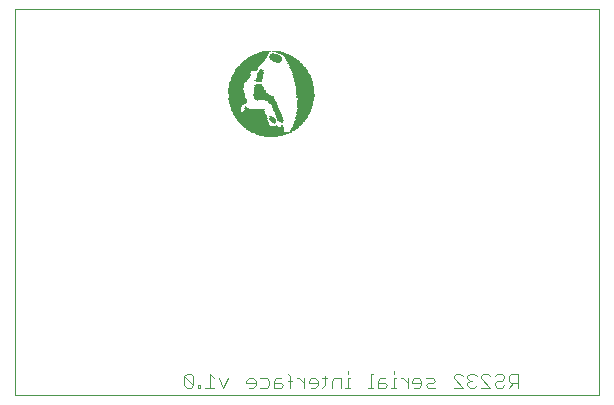
<source format=gbo>
G75*
%MOIN*%
%OFA0B0*%
%FSLAX25Y25*%
%IPPOS*%
%LPD*%
%AMOC8*
5,1,8,0,0,1.08239X$1,22.5*
%
%ADD10C,0.00000*%
%ADD11C,0.00400*%
%ADD12R,0.00140X0.00142*%
%ADD13R,0.01710X0.00142*%
%ADD14R,0.04430X0.00143*%
%ADD15R,0.05860X0.00143*%
%ADD16R,0.07150X0.00143*%
%ADD17R,0.08140X0.00143*%
%ADD18R,0.09000X0.00143*%
%ADD19R,0.09860X0.00143*%
%ADD20R,0.10710X0.00142*%
%ADD21R,0.11430X0.00143*%
%ADD22R,0.11860X0.00143*%
%ADD23R,0.00140X0.00143*%
%ADD24R,0.11570X0.00143*%
%ADD25R,0.00290X0.00143*%
%ADD26R,0.11140X0.00143*%
%ADD27R,0.00430X0.00143*%
%ADD28R,0.11000X0.00143*%
%ADD29R,0.00710X0.00143*%
%ADD30R,0.11290X0.00143*%
%ADD31R,0.11570X0.00142*%
%ADD32R,0.01000X0.00142*%
%ADD33R,0.01150X0.00143*%
%ADD34R,0.12000X0.00143*%
%ADD35R,0.01290X0.00143*%
%ADD36R,0.12290X0.00143*%
%ADD37R,0.01420X0.00143*%
%ADD38R,0.12430X0.00143*%
%ADD39R,0.01430X0.00143*%
%ADD40R,0.12570X0.00143*%
%ADD41R,0.01710X0.00143*%
%ADD42R,0.12860X0.00143*%
%ADD43R,0.01720X0.00143*%
%ADD44R,0.13000X0.00142*%
%ADD45R,0.01860X0.00142*%
%ADD46R,0.11720X0.00143*%
%ADD47R,0.01140X0.00143*%
%ADD48R,0.02000X0.00143*%
%ADD49R,0.11570X0.00143*%
%ADD50R,0.00850X0.00143*%
%ADD51R,0.02150X0.00143*%
%ADD52R,0.02140X0.00143*%
%ADD53R,0.09420X0.00143*%
%ADD54R,0.00570X0.00143*%
%ADD55R,0.02280X0.00143*%
%ADD56R,0.09290X0.00143*%
%ADD57R,0.00140X0.00143*%
%ADD58R,0.02290X0.00143*%
%ADD59R,0.09140X0.00143*%
%ADD60R,0.02430X0.00143*%
%ADD61R,0.09150X0.00142*%
%ADD62R,0.02430X0.00142*%
%ADD63R,0.02570X0.00143*%
%ADD64R,0.09430X0.00143*%
%ADD65R,0.02710X0.00143*%
%ADD66R,0.09570X0.00143*%
%ADD67R,0.02850X0.00143*%
%ADD68R,0.09710X0.00143*%
%ADD69R,0.00860X0.00143*%
%ADD70R,0.02860X0.00143*%
%ADD71R,0.09850X0.00143*%
%ADD72R,0.01280X0.00143*%
%ADD73R,0.03000X0.00143*%
%ADD74R,0.09860X0.00142*%
%ADD75R,0.01430X0.00142*%
%ADD76R,0.03140X0.00142*%
%ADD77R,0.01570X0.00143*%
%ADD78R,0.03140X0.00143*%
%ADD79R,0.10000X0.00143*%
%ADD80R,0.01850X0.00143*%
%ADD81R,0.03290X0.00143*%
%ADD82R,0.10140X0.00143*%
%ADD83R,0.01860X0.00143*%
%ADD84R,0.03430X0.00143*%
%ADD85R,0.10290X0.00143*%
%ADD86R,0.10150X0.00143*%
%ADD87R,0.03580X0.00143*%
%ADD88R,0.10290X0.00142*%
%ADD89R,0.02140X0.00142*%
%ADD90R,0.03580X0.00142*%
%ADD91R,0.10430X0.00143*%
%ADD92R,0.02140X0.00143*%
%ADD93R,0.03720X0.00143*%
%ADD94R,0.10280X0.00143*%
%ADD95R,0.01570X0.00143*%
%ADD96R,0.03860X0.00143*%
%ADD97R,0.03710X0.00143*%
%ADD98R,0.03850X0.00143*%
%ADD99R,0.01000X0.00143*%
%ADD100R,0.04000X0.00143*%
%ADD101R,0.10570X0.00143*%
%ADD102R,0.10570X0.00142*%
%ADD103R,0.02150X0.00142*%
%ADD104R,0.04140X0.00142*%
%ADD105R,0.04140X0.00143*%
%ADD106R,0.10720X0.00143*%
%ADD107R,0.04290X0.00143*%
%ADD108R,0.10710X0.00143*%
%ADD109R,0.04430X0.00142*%
%ADD110R,0.10720X0.00143*%
%ADD111R,0.07290X0.00143*%
%ADD112R,0.04570X0.00143*%
%ADD113R,0.07000X0.00143*%
%ADD114R,0.04720X0.00143*%
%ADD115R,0.06860X0.00143*%
%ADD116R,0.04860X0.00143*%
%ADD117R,0.03000X0.00142*%
%ADD118R,0.06720X0.00142*%
%ADD119R,0.02140X0.00142*%
%ADD120R,0.04860X0.00142*%
%ADD121R,0.04710X0.00143*%
%ADD122R,0.03280X0.00143*%
%ADD123R,0.04850X0.00143*%
%ADD124R,0.03570X0.00143*%
%ADD125R,0.00570X0.00143*%
%ADD126R,0.05000X0.00143*%
%ADD127R,0.03710X0.00142*%
%ADD128R,0.00290X0.00142*%
%ADD129R,0.02000X0.00142*%
%ADD130R,0.05000X0.00142*%
%ADD131R,0.05140X0.00143*%
%ADD132R,0.04570X0.00143*%
%ADD133R,0.05280X0.00143*%
%ADD134R,0.05150X0.00142*%
%ADD135R,0.02290X0.00142*%
%ADD136R,0.05280X0.00142*%
%ADD137R,0.05430X0.00143*%
%ADD138R,0.05580X0.00143*%
%ADD139R,0.05720X0.00143*%
%ADD140R,0.05420X0.00143*%
%ADD141R,0.02580X0.00143*%
%ADD142R,0.02570X0.00143*%
%ADD143R,0.05860X0.00142*%
%ADD144R,0.02710X0.00142*%
%ADD145R,0.05420X0.00142*%
%ADD146R,0.05570X0.00143*%
%ADD147R,0.06710X0.00143*%
%ADD148R,0.06570X0.00143*%
%ADD149R,0.05710X0.00143*%
%ADD150R,0.06720X0.00143*%
%ADD151R,0.05570X0.00142*%
%ADD152R,0.06710X0.00142*%
%ADD153R,0.06570X0.00143*%
%ADD154R,0.05720X0.00143*%
%ADD155R,0.06430X0.00143*%
%ADD156R,0.06290X0.00143*%
%ADD157R,0.06000X0.00143*%
%ADD158R,0.05290X0.00142*%
%ADD159R,0.04280X0.00143*%
%ADD160R,0.05140X0.00143*%
%ADD161R,0.05140X0.00142*%
%ADD162R,0.03850X0.00142*%
%ADD163R,0.06000X0.00142*%
%ADD164R,0.03570X0.00143*%
%ADD165R,0.03280X0.00142*%
%ADD166R,0.06150X0.00143*%
%ADD167R,0.06140X0.00142*%
%ADD168R,0.06140X0.00143*%
%ADD169R,0.05150X0.00143*%
%ADD170R,0.05290X0.00143*%
%ADD171R,0.05850X0.00143*%
%ADD172R,0.02280X0.00142*%
%ADD173R,0.05850X0.00142*%
%ADD174R,0.01720X0.00143*%
%ADD175R,0.05570X0.00143*%
%ADD176R,0.05430X0.00142*%
%ADD177R,0.01720X0.00142*%
%ADD178R,0.05580X0.00142*%
%ADD179R,0.07000X0.00142*%
%ADD180R,0.01290X0.00142*%
%ADD181R,0.07140X0.00143*%
%ADD182R,0.05140X0.00142*%
%ADD183R,0.06850X0.00143*%
%ADD184R,0.04720X0.00143*%
%ADD185R,0.06860X0.00142*%
%ADD186R,0.04710X0.00142*%
%ADD187R,0.04420X0.00143*%
%ADD188R,0.06570X0.00142*%
%ADD189R,0.06280X0.00143*%
%ADD190R,0.03290X0.00142*%
%ADD191R,0.03140X0.00143*%
%ADD192R,0.03720X0.00143*%
%ADD193R,0.02580X0.00142*%
%ADD194R,0.04140X0.00143*%
%ADD195R,0.03420X0.00143*%
%ADD196R,0.03430X0.00142*%
D10*
X0052595Y0028933D02*
X0052595Y0157634D01*
X0247516Y0157634D01*
X0247516Y0028933D01*
X0052595Y0028933D01*
D11*
X0109134Y0032300D02*
X0109901Y0031533D01*
X0111436Y0031533D01*
X0112203Y0032300D01*
X0109134Y0035370D01*
X0109134Y0032300D01*
X0112203Y0032300D02*
X0112203Y0035370D01*
X0111436Y0036137D01*
X0109901Y0036137D01*
X0109134Y0035370D01*
X0113738Y0032300D02*
X0113738Y0031533D01*
X0114505Y0031533D01*
X0114505Y0032300D01*
X0113738Y0032300D01*
X0116040Y0031533D02*
X0119109Y0031533D01*
X0117574Y0031533D02*
X0117574Y0036137D01*
X0119109Y0034602D01*
X0120643Y0034602D02*
X0122178Y0031533D01*
X0123713Y0034602D01*
X0129851Y0033835D02*
X0129851Y0033068D01*
X0132921Y0033068D01*
X0132921Y0033835D02*
X0132921Y0032300D01*
X0132153Y0031533D01*
X0130619Y0031533D01*
X0129851Y0033835D02*
X0130619Y0034602D01*
X0132153Y0034602D01*
X0132921Y0033835D01*
X0134455Y0034602D02*
X0136757Y0034602D01*
X0137525Y0033835D01*
X0137525Y0032300D01*
X0136757Y0031533D01*
X0134455Y0031533D01*
X0139059Y0031533D02*
X0141361Y0031533D01*
X0142128Y0032300D01*
X0141361Y0033068D01*
X0139059Y0033068D01*
X0139059Y0033835D02*
X0139059Y0031533D01*
X0139059Y0033835D02*
X0139826Y0034602D01*
X0141361Y0034602D01*
X0143663Y0033835D02*
X0145198Y0033835D01*
X0146732Y0034602D02*
X0147500Y0034602D01*
X0149034Y0033068D01*
X0149034Y0034602D02*
X0149034Y0031533D01*
X0150569Y0033068D02*
X0153638Y0033068D01*
X0153638Y0033835D02*
X0153638Y0032300D01*
X0152871Y0031533D01*
X0151336Y0031533D01*
X0150569Y0033068D02*
X0150569Y0033835D01*
X0151336Y0034602D01*
X0152871Y0034602D01*
X0153638Y0033835D01*
X0155173Y0034602D02*
X0156708Y0034602D01*
X0155940Y0035370D02*
X0155940Y0032300D01*
X0155173Y0031533D01*
X0158242Y0031533D02*
X0158242Y0033835D01*
X0159009Y0034602D01*
X0161311Y0034602D01*
X0161311Y0031533D01*
X0162846Y0031533D02*
X0164381Y0031533D01*
X0163613Y0031533D02*
X0163613Y0034602D01*
X0164381Y0034602D01*
X0163613Y0036137D02*
X0163613Y0036904D01*
X0171287Y0036137D02*
X0171287Y0031533D01*
X0172054Y0031533D02*
X0170519Y0031533D01*
X0173589Y0031533D02*
X0175891Y0031533D01*
X0176658Y0032300D01*
X0175891Y0033068D01*
X0173589Y0033068D01*
X0173589Y0033835D02*
X0173589Y0031533D01*
X0173589Y0033835D02*
X0174356Y0034602D01*
X0175891Y0034602D01*
X0178960Y0034602D02*
X0178960Y0031533D01*
X0179727Y0031533D02*
X0178193Y0031533D01*
X0178960Y0034602D02*
X0179727Y0034602D01*
X0181262Y0034602D02*
X0182029Y0034602D01*
X0183564Y0033068D01*
X0183564Y0034602D02*
X0183564Y0031533D01*
X0185098Y0033068D02*
X0188168Y0033068D01*
X0188168Y0033835D02*
X0188168Y0032300D01*
X0187400Y0031533D01*
X0185866Y0031533D01*
X0185098Y0033068D02*
X0185098Y0033835D01*
X0185866Y0034602D01*
X0187400Y0034602D01*
X0188168Y0033835D01*
X0189702Y0034602D02*
X0192004Y0034602D01*
X0192772Y0033835D01*
X0192004Y0033068D01*
X0190470Y0033068D01*
X0189702Y0032300D01*
X0190470Y0031533D01*
X0192772Y0031533D01*
X0198910Y0031533D02*
X0201979Y0031533D01*
X0198910Y0034602D01*
X0198910Y0035370D01*
X0199677Y0036137D01*
X0201212Y0036137D01*
X0201979Y0035370D01*
X0203514Y0035370D02*
X0203514Y0034602D01*
X0204281Y0033835D01*
X0203514Y0033068D01*
X0203514Y0032300D01*
X0204281Y0031533D01*
X0205816Y0031533D01*
X0206583Y0032300D01*
X0208118Y0031533D02*
X0211187Y0031533D01*
X0208118Y0034602D01*
X0208118Y0035370D01*
X0208885Y0036137D01*
X0210420Y0036137D01*
X0211187Y0035370D01*
X0212722Y0035370D02*
X0213489Y0036137D01*
X0215024Y0036137D01*
X0215791Y0035370D01*
X0215791Y0034602D01*
X0215024Y0033835D01*
X0213489Y0033835D01*
X0212722Y0033068D01*
X0212722Y0032300D01*
X0213489Y0031533D01*
X0215024Y0031533D01*
X0215791Y0032300D01*
X0217326Y0031533D02*
X0218861Y0033068D01*
X0218093Y0033068D02*
X0220395Y0033068D01*
X0220395Y0031533D02*
X0220395Y0036137D01*
X0218093Y0036137D01*
X0217326Y0035370D01*
X0217326Y0033835D01*
X0218093Y0033068D01*
X0206583Y0035370D02*
X0205816Y0036137D01*
X0204281Y0036137D01*
X0203514Y0035370D01*
X0204281Y0033835D02*
X0205049Y0033835D01*
X0178960Y0036137D02*
X0178960Y0036904D01*
X0172054Y0036137D02*
X0171287Y0036137D01*
X0144430Y0035370D02*
X0144430Y0031533D01*
X0144430Y0035370D02*
X0143663Y0036137D01*
D12*
X0137160Y0114929D03*
D13*
X0138235Y0114929D03*
X0134375Y0134929D03*
D14*
X0145875Y0139500D03*
X0148875Y0123071D03*
X0148735Y0122786D03*
X0148735Y0122643D03*
X0138165Y0115071D03*
D15*
X0138160Y0115214D03*
X0127020Y0126500D03*
X0127020Y0126643D03*
X0127020Y0126786D03*
X0127020Y0127071D03*
X0127880Y0134643D03*
X0128020Y0134786D03*
X0133590Y0141357D03*
X0148450Y0134786D03*
X0148590Y0134500D03*
X0148590Y0134357D03*
X0148880Y0133357D03*
X0149450Y0129786D03*
X0149590Y0128786D03*
X0149590Y0128643D03*
X0149590Y0128500D03*
D16*
X0138235Y0115357D03*
X0129805Y0137071D03*
D17*
X0138160Y0115500D03*
D18*
X0138160Y0115643D03*
D19*
X0138160Y0115786D03*
X0132160Y0120071D03*
D20*
X0130735Y0122929D03*
X0138165Y0115929D03*
D21*
X0138235Y0116071D03*
X0134665Y0118357D03*
D22*
X0136450Y0117071D03*
X0138020Y0116214D03*
D23*
X0144160Y0116214D03*
X0133590Y0127071D03*
D24*
X0137595Y0116357D03*
D25*
X0139235Y0119500D03*
X0144375Y0116357D03*
D26*
X0137090Y0116500D03*
D27*
X0141875Y0118643D03*
X0141595Y0119786D03*
X0144595Y0116500D03*
D28*
X0136880Y0116643D03*
D29*
X0141735Y0118500D03*
X0144735Y0116643D03*
X0144875Y0116786D03*
X0138165Y0121786D03*
X0129735Y0124643D03*
X0134875Y0137214D03*
X0138735Y0142643D03*
D30*
X0136735Y0116786D03*
D31*
X0136595Y0116929D03*
D32*
X0141450Y0119929D03*
X0145020Y0116929D03*
D33*
X0145235Y0117071D03*
X0138235Y0121500D03*
X0129805Y0124357D03*
D34*
X0136380Y0117214D03*
D35*
X0145305Y0117214D03*
X0135165Y0124071D03*
X0134875Y0136786D03*
D36*
X0136235Y0117357D03*
D37*
X0145520Y0117357D03*
D38*
X0136165Y0117500D03*
D39*
X0141375Y0120071D03*
X0138235Y0121357D03*
X0145665Y0117500D03*
X0129945Y0124214D03*
X0134805Y0136643D03*
X0140375Y0139786D03*
D40*
X0136095Y0117643D03*
D41*
X0138805Y0120214D03*
X0138375Y0121071D03*
X0145805Y0117643D03*
X0134375Y0134643D03*
X0134375Y0134786D03*
X0134665Y0136214D03*
X0134665Y0136357D03*
X0139805Y0143357D03*
D42*
X0135950Y0117786D03*
D43*
X0145950Y0117786D03*
D44*
X0135880Y0117929D03*
D45*
X0138450Y0120929D03*
X0146020Y0117929D03*
D46*
X0135090Y0118071D03*
D47*
X0141660Y0118071D03*
X0134950Y0137071D03*
X0137380Y0143500D03*
X0139090Y0143500D03*
D48*
X0140380Y0143214D03*
X0136660Y0143357D03*
X0134230Y0134357D03*
X0133950Y0133500D03*
X0130230Y0124071D03*
X0139520Y0124643D03*
X0139520Y0124786D03*
X0139660Y0124357D03*
X0141090Y0120786D03*
X0141090Y0120643D03*
X0146230Y0118071D03*
D49*
X0134875Y0118214D03*
D50*
X0141805Y0118214D03*
X0141805Y0118357D03*
X0129805Y0124500D03*
D51*
X0139735Y0124214D03*
X0139735Y0124071D03*
X0140305Y0122786D03*
X0140735Y0121786D03*
X0146305Y0118214D03*
D52*
X0146450Y0118357D03*
X0140880Y0121357D03*
X0140880Y0121500D03*
X0140590Y0122214D03*
X0140590Y0122357D03*
X0140450Y0122643D03*
X0140160Y0123214D03*
X0139880Y0123786D03*
X0139590Y0124500D03*
X0141450Y0142786D03*
X0140880Y0143071D03*
D53*
X0132520Y0119357D03*
X0133520Y0118500D03*
D54*
X0139945Y0118500D03*
D55*
X0140950Y0121214D03*
X0140520Y0122500D03*
X0140090Y0123357D03*
X0139950Y0123643D03*
X0146520Y0118500D03*
X0133950Y0132214D03*
X0133950Y0133643D03*
X0133950Y0134071D03*
X0134090Y0134214D03*
X0142950Y0142214D03*
D56*
X0132735Y0119071D03*
X0133165Y0118643D03*
D57*
X0140020Y0118643D03*
D58*
X0140805Y0121643D03*
X0140665Y0122071D03*
X0140235Y0123071D03*
X0138665Y0126214D03*
X0146665Y0118643D03*
X0142665Y0142357D03*
X0142375Y0142500D03*
D59*
X0132950Y0118786D03*
D60*
X0138735Y0126071D03*
X0138595Y0126357D03*
X0138445Y0126643D03*
X0133875Y0133786D03*
X0140165Y0140071D03*
X0143305Y0142071D03*
X0146735Y0118786D03*
D61*
X0132805Y0118929D03*
D62*
X0146875Y0118929D03*
D63*
X0146945Y0119071D03*
X0147095Y0119214D03*
X0140095Y0140214D03*
X0139095Y0142214D03*
X0136235Y0143214D03*
X0143945Y0141643D03*
D64*
X0132665Y0119214D03*
D65*
X0147165Y0119357D03*
X0133875Y0132071D03*
D66*
X0132445Y0119500D03*
D67*
X0147235Y0119500D03*
X0144235Y0141357D03*
X0139235Y0142071D03*
D68*
X0132375Y0119643D03*
D69*
X0139090Y0119643D03*
D70*
X0147380Y0119643D03*
X0133950Y0131643D03*
X0133950Y0131786D03*
X0144090Y0141500D03*
X0135950Y0143071D03*
D71*
X0132305Y0119786D03*
D72*
X0139020Y0119786D03*
D73*
X0147450Y0119786D03*
X0134020Y0131357D03*
X0134020Y0131500D03*
X0126450Y0123786D03*
X0126590Y0123643D03*
X0126590Y0123500D03*
X0126590Y0123357D03*
X0126730Y0123214D03*
X0140020Y0140357D03*
X0144450Y0141214D03*
D74*
X0132160Y0119929D03*
D75*
X0138945Y0119929D03*
D76*
X0147520Y0119929D03*
D77*
X0138875Y0120071D03*
X0138875Y0142500D03*
D78*
X0139950Y0140500D03*
X0126380Y0124071D03*
X0147660Y0120071D03*
D79*
X0132090Y0120214D03*
X0131950Y0120357D03*
D80*
X0138735Y0120357D03*
X0141305Y0120357D03*
X0141305Y0120214D03*
X0139305Y0125357D03*
X0139305Y0125500D03*
X0134305Y0134500D03*
D81*
X0137875Y0127071D03*
X0147735Y0120357D03*
X0147735Y0120214D03*
D82*
X0131880Y0120500D03*
D83*
X0138450Y0120786D03*
X0138590Y0120643D03*
X0138590Y0120500D03*
X0141160Y0120500D03*
X0139450Y0125071D03*
X0139450Y0125214D03*
X0139160Y0125643D03*
X0134590Y0136071D03*
D84*
X0134095Y0130786D03*
X0134095Y0130643D03*
X0126375Y0124500D03*
X0147805Y0120500D03*
X0147945Y0120643D03*
X0144805Y0140786D03*
D85*
X0131805Y0120643D03*
D86*
X0131735Y0120786D03*
D87*
X0148020Y0120786D03*
X0145020Y0140643D03*
D88*
X0131665Y0120929D03*
D89*
X0141020Y0120929D03*
D90*
X0148020Y0120929D03*
D91*
X0131595Y0121071D03*
X0131445Y0121357D03*
X0131445Y0121500D03*
X0131305Y0121643D03*
D92*
X0139020Y0125786D03*
X0140020Y0123500D03*
X0141020Y0121071D03*
X0139020Y0142357D03*
X0142020Y0142643D03*
D93*
X0145090Y0140500D03*
X0148090Y0121071D03*
D94*
X0131520Y0121214D03*
D95*
X0138305Y0121214D03*
X0134735Y0136500D03*
D96*
X0145450Y0140071D03*
X0126450Y0125214D03*
X0126450Y0125071D03*
X0148160Y0121214D03*
D97*
X0148235Y0121357D03*
X0134235Y0130071D03*
X0134235Y0130214D03*
X0139805Y0140786D03*
X0145235Y0140357D03*
D98*
X0145305Y0140214D03*
X0134305Y0129786D03*
X0134305Y0129643D03*
X0148305Y0121500D03*
D99*
X0138160Y0121643D03*
D100*
X0148380Y0121643D03*
X0148380Y0121786D03*
X0148520Y0122071D03*
X0126380Y0125357D03*
X0139660Y0141071D03*
X0139520Y0141500D03*
X0135230Y0142643D03*
D101*
X0131095Y0122214D03*
X0131095Y0122071D03*
X0131235Y0121786D03*
D102*
X0131235Y0121929D03*
D103*
X0140305Y0122929D03*
X0140735Y0121929D03*
X0141305Y0142929D03*
D104*
X0145590Y0139929D03*
X0148450Y0121929D03*
D105*
X0148590Y0122214D03*
X0134450Y0129500D03*
X0126450Y0125643D03*
X0126450Y0125500D03*
X0139590Y0141214D03*
X0139590Y0141357D03*
D106*
X0131020Y0122357D03*
D107*
X0148665Y0122357D03*
X0148665Y0122500D03*
X0145805Y0139643D03*
X0145665Y0139786D03*
D108*
X0130735Y0122786D03*
X0130875Y0122643D03*
X0130875Y0122500D03*
D109*
X0148875Y0122929D03*
D110*
X0130590Y0123071D03*
D111*
X0132305Y0123214D03*
D112*
X0148945Y0123214D03*
X0148945Y0123357D03*
X0146235Y0139071D03*
X0146095Y0139214D03*
X0134805Y0142357D03*
D113*
X0130590Y0138214D03*
X0130450Y0138071D03*
X0130310Y0137786D03*
X0130160Y0137643D03*
X0130020Y0137357D03*
X0129880Y0137214D03*
X0132450Y0123500D03*
X0132450Y0123357D03*
D114*
X0149020Y0123500D03*
X0149020Y0123643D03*
D115*
X0132520Y0123643D03*
X0132520Y0123786D03*
X0130660Y0138357D03*
X0130950Y0138643D03*
X0130950Y0138786D03*
X0131380Y0139214D03*
X0131520Y0139357D03*
D116*
X0126660Y0132071D03*
X0126520Y0131357D03*
X0126520Y0131214D03*
X0134660Y0129214D03*
X0149090Y0123786D03*
X0146660Y0138357D03*
X0146660Y0138500D03*
X0146520Y0138643D03*
D117*
X0126450Y0123929D03*
D118*
X0132590Y0123929D03*
D119*
X0139880Y0123929D03*
D120*
X0149090Y0123929D03*
D121*
X0149165Y0124071D03*
D122*
X0134020Y0131071D03*
X0134020Y0131214D03*
X0126450Y0124357D03*
X0126450Y0124214D03*
D123*
X0126805Y0132643D03*
X0146805Y0138214D03*
X0149235Y0124643D03*
X0149235Y0124500D03*
X0149235Y0124357D03*
X0149235Y0124214D03*
D124*
X0126445Y0124643D03*
X0126445Y0124786D03*
X0139445Y0141786D03*
D125*
X0134375Y0133357D03*
X0129665Y0124786D03*
D126*
X0134730Y0129071D03*
X0127020Y0133071D03*
X0127020Y0133214D03*
X0126880Y0132786D03*
X0126730Y0132500D03*
X0126730Y0132357D03*
X0126730Y0132214D03*
X0126590Y0131786D03*
X0126590Y0131643D03*
X0126590Y0131500D03*
X0126450Y0131071D03*
X0126450Y0130786D03*
X0126450Y0130643D03*
X0126450Y0130500D03*
X0126450Y0130357D03*
X0134450Y0142071D03*
X0146880Y0138071D03*
X0149310Y0125071D03*
X0149310Y0124786D03*
D127*
X0126375Y0124929D03*
D128*
X0129665Y0124929D03*
D129*
X0139520Y0124929D03*
X0140230Y0139929D03*
D130*
X0126880Y0132929D03*
X0126590Y0131929D03*
X0126450Y0130929D03*
X0149310Y0124929D03*
D131*
X0149380Y0125214D03*
X0149380Y0125357D03*
X0149380Y0125500D03*
X0149380Y0125643D03*
X0147380Y0137214D03*
X0147090Y0137643D03*
X0147090Y0137786D03*
X0127090Y0133357D03*
D132*
X0126665Y0125786D03*
D133*
X0126590Y0129071D03*
X0126590Y0129214D03*
X0126590Y0129357D03*
X0147450Y0137071D03*
X0147590Y0136786D03*
X0149450Y0126214D03*
X0149450Y0126071D03*
X0149450Y0125786D03*
D134*
X0134235Y0141929D03*
X0126805Y0125929D03*
D135*
X0138805Y0125929D03*
D136*
X0149450Y0125929D03*
X0147590Y0136929D03*
X0126590Y0128929D03*
D137*
X0126665Y0128786D03*
X0126665Y0128643D03*
X0126665Y0128500D03*
X0126665Y0128357D03*
X0126945Y0126071D03*
X0128665Y0136500D03*
X0128805Y0136643D03*
X0134095Y0141786D03*
X0147665Y0136643D03*
X0147805Y0136500D03*
X0147805Y0136357D03*
X0147945Y0136071D03*
D138*
X0135020Y0128786D03*
X0127020Y0126214D03*
D139*
X0127090Y0126357D03*
X0126950Y0127214D03*
X0126950Y0127357D03*
X0135090Y0128643D03*
X0128090Y0135071D03*
X0128090Y0135214D03*
X0148090Y0135786D03*
D140*
X0149520Y0126786D03*
X0149520Y0126643D03*
X0149520Y0126500D03*
X0149520Y0126357D03*
X0128520Y0136214D03*
D141*
X0138520Y0126500D03*
D142*
X0138375Y0126786D03*
X0143665Y0141786D03*
D143*
X0148450Y0134929D03*
X0149590Y0128929D03*
X0128020Y0134929D03*
X0127020Y0126929D03*
D144*
X0133875Y0131929D03*
X0138165Y0126929D03*
D145*
X0149520Y0126929D03*
D146*
X0149595Y0127071D03*
X0149595Y0127214D03*
X0149595Y0127357D03*
X0149595Y0127500D03*
X0149595Y0127643D03*
X0149595Y0127786D03*
X0128595Y0136357D03*
X0128445Y0136071D03*
X0128305Y0135786D03*
X0127595Y0134071D03*
X0126735Y0128214D03*
X0126735Y0128071D03*
D147*
X0135875Y0127786D03*
X0135875Y0127643D03*
X0136165Y0127214D03*
X0131735Y0139500D03*
X0131875Y0139643D03*
D148*
X0132235Y0140071D03*
X0136095Y0127357D03*
D149*
X0126805Y0127500D03*
X0126805Y0127643D03*
X0126805Y0127786D03*
X0127665Y0134214D03*
X0127805Y0134357D03*
X0127805Y0134500D03*
X0128235Y0135357D03*
X0128235Y0135500D03*
X0128235Y0135643D03*
X0133805Y0141500D03*
X0148235Y0135500D03*
X0148235Y0135357D03*
X0148375Y0135071D03*
D150*
X0136020Y0127500D03*
X0132020Y0139786D03*
D151*
X0127445Y0133929D03*
X0126735Y0127929D03*
X0149595Y0127929D03*
D152*
X0135875Y0127929D03*
D153*
X0135665Y0128071D03*
X0132375Y0140214D03*
D154*
X0148520Y0134643D03*
X0149520Y0128357D03*
X0149520Y0128214D03*
X0149520Y0128071D03*
D155*
X0135595Y0128214D03*
X0132595Y0140357D03*
X0132595Y0140500D03*
D156*
X0132805Y0140643D03*
X0135375Y0128357D03*
D157*
X0135230Y0128500D03*
X0149230Y0131500D03*
X0149230Y0131643D03*
X0149230Y0131786D03*
X0149090Y0132214D03*
X0149090Y0132357D03*
X0149090Y0132500D03*
X0149090Y0132643D03*
X0148950Y0132786D03*
X0148950Y0133071D03*
X0148950Y0133214D03*
X0148810Y0133500D03*
X0148810Y0133643D03*
X0148660Y0134071D03*
X0148660Y0134214D03*
X0149380Y0130786D03*
X0149380Y0130643D03*
X0149380Y0130500D03*
X0149380Y0130357D03*
X0149380Y0130214D03*
X0149380Y0130071D03*
X0149520Y0129643D03*
X0149520Y0129500D03*
X0149520Y0129357D03*
X0149520Y0129214D03*
X0149520Y0129071D03*
X0133380Y0141214D03*
D158*
X0134875Y0128929D03*
D159*
X0134520Y0129357D03*
D160*
X0126520Y0129500D03*
X0126520Y0129643D03*
X0126520Y0129786D03*
X0126520Y0130071D03*
X0126520Y0130214D03*
D161*
X0126520Y0129929D03*
D162*
X0134305Y0129929D03*
X0139735Y0140929D03*
D163*
X0148950Y0132929D03*
X0149380Y0130929D03*
X0149520Y0129929D03*
D164*
X0139875Y0140643D03*
X0134165Y0130500D03*
X0134165Y0130357D03*
D165*
X0134020Y0130929D03*
D166*
X0133305Y0141071D03*
X0149305Y0131357D03*
X0149305Y0131214D03*
X0149305Y0131071D03*
D167*
X0149160Y0131929D03*
X0133160Y0140929D03*
D168*
X0149160Y0132071D03*
D169*
X0147235Y0137500D03*
X0127235Y0133643D03*
X0127235Y0133500D03*
D170*
X0127305Y0133786D03*
X0147305Y0137357D03*
D171*
X0148305Y0135214D03*
X0148735Y0133786D03*
D172*
X0133950Y0133929D03*
D173*
X0148735Y0133929D03*
D174*
X0134520Y0135071D03*
X0134520Y0135214D03*
X0134520Y0135357D03*
X0134520Y0135500D03*
X0134520Y0135643D03*
X0134520Y0135786D03*
D175*
X0128875Y0136786D03*
X0133875Y0141643D03*
X0147875Y0136214D03*
X0148165Y0135643D03*
D176*
X0128375Y0135929D03*
D177*
X0134520Y0135929D03*
D178*
X0148020Y0135929D03*
D179*
X0130310Y0137929D03*
X0129730Y0136929D03*
D180*
X0134875Y0136929D03*
D181*
X0130090Y0137500D03*
D182*
X0146950Y0137929D03*
D183*
X0131235Y0139071D03*
X0130805Y0138500D03*
D184*
X0134590Y0142214D03*
X0146450Y0138786D03*
D185*
X0131090Y0138929D03*
D186*
X0146305Y0138929D03*
D187*
X0146020Y0139357D03*
D188*
X0132095Y0139929D03*
D189*
X0132950Y0140786D03*
D190*
X0139305Y0141929D03*
X0144735Y0140929D03*
D191*
X0144520Y0141071D03*
D192*
X0139520Y0141643D03*
D193*
X0143520Y0141929D03*
D194*
X0135020Y0142500D03*
D195*
X0135520Y0142786D03*
D196*
X0135665Y0142929D03*
M02*

</source>
